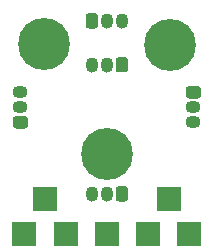
<source format=gbr>
%TF.GenerationSoftware,KiCad,Pcbnew,5.1.10*%
%TF.CreationDate,2021-12-26T17:28:59+01:00*%
%TF.ProjectId,cluster,636c7573-7465-4722-9e6b-696361645f70,rev?*%
%TF.SameCoordinates,Original*%
%TF.FileFunction,Soldermask,Top*%
%TF.FilePolarity,Negative*%
%FSLAX46Y46*%
G04 Gerber Fmt 4.6, Leading zero omitted, Abs format (unit mm)*
G04 Created by KiCad (PCBNEW 5.1.10) date 2021-12-26 17:28:59*
%MOMM*%
%LPD*%
G01*
G04 APERTURE LIST*
%ADD10O,1.300000X1.050000*%
%ADD11O,1.050000X1.300000*%
%ADD12C,0.700000*%
%ADD13C,4.400000*%
%ADD14R,2.000000X2.000000*%
G04 APERTURE END LIST*
D10*
%TO.C,U5*%
X166750000Y-93740000D03*
X166750000Y-95010000D03*
G36*
G01*
X167137500Y-96805000D02*
X166362500Y-96805000D01*
G75*
G02*
X166100000Y-96542500I0J262500D01*
G01*
X166100000Y-96017500D01*
G75*
G02*
X166362500Y-95755000I262500J0D01*
G01*
X167137500Y-95755000D01*
G75*
G02*
X167400000Y-96017500I0J-262500D01*
G01*
X167400000Y-96542500D01*
G75*
G02*
X167137500Y-96805000I-262500J0D01*
G01*
G37*
%TD*%
D11*
%TO.C,U4*%
X172790000Y-102340000D03*
X174060000Y-102340000D03*
G36*
G01*
X175855000Y-101952500D02*
X175855000Y-102727500D01*
G75*
G02*
X175592500Y-102990000I-262500J0D01*
G01*
X175067500Y-102990000D01*
G75*
G02*
X174805000Y-102727500I0J262500D01*
G01*
X174805000Y-101952500D01*
G75*
G02*
X175067500Y-101690000I262500J0D01*
G01*
X175592500Y-101690000D01*
G75*
G02*
X175855000Y-101952500I0J-262500D01*
G01*
G37*
%TD*%
D10*
%TO.C,U3*%
X181390000Y-96280000D03*
X181390000Y-95010000D03*
G36*
G01*
X181002500Y-93215000D02*
X181777500Y-93215000D01*
G75*
G02*
X182040000Y-93477500I0J-262500D01*
G01*
X182040000Y-94002500D01*
G75*
G02*
X181777500Y-94265000I-262500J0D01*
G01*
X181002500Y-94265000D01*
G75*
G02*
X180740000Y-94002500I0J262500D01*
G01*
X180740000Y-93477500D01*
G75*
G02*
X181002500Y-93215000I262500J0D01*
G01*
G37*
%TD*%
D11*
%TO.C,U2*%
X175330000Y-87690000D03*
X174060000Y-87690000D03*
G36*
G01*
X172265000Y-88077500D02*
X172265000Y-87302500D01*
G75*
G02*
X172527500Y-87040000I262500J0D01*
G01*
X173052500Y-87040000D01*
G75*
G02*
X173315000Y-87302500I0J-262500D01*
G01*
X173315000Y-88077500D01*
G75*
G02*
X173052500Y-88340000I-262500J0D01*
G01*
X172527500Y-88340000D01*
G75*
G02*
X172265000Y-88077500I0J262500D01*
G01*
G37*
%TD*%
%TO.C,U1*%
X172790000Y-91410000D03*
X174060000Y-91410000D03*
G36*
G01*
X175855000Y-91022500D02*
X175855000Y-91797500D01*
G75*
G02*
X175592500Y-92060000I-262500J0D01*
G01*
X175067500Y-92060000D01*
G75*
G02*
X174805000Y-91797500I0J262500D01*
G01*
X174805000Y-91022500D01*
G75*
G02*
X175067500Y-90760000I262500J0D01*
G01*
X175592500Y-90760000D01*
G75*
G02*
X175855000Y-91022500I0J-262500D01*
G01*
G37*
%TD*%
D12*
%TO.C,H3*%
X175226726Y-97803274D03*
X174060000Y-97320000D03*
X172893274Y-97803274D03*
X172410000Y-98970000D03*
X172893274Y-100136726D03*
X174060000Y-100620000D03*
X175226726Y-100136726D03*
X175710000Y-98970000D03*
D13*
X174060000Y-98970000D03*
%TD*%
D12*
%TO.C,H2*%
X169906726Y-88493274D03*
X168740000Y-88010000D03*
X167573274Y-88493274D03*
X167090000Y-89660000D03*
X167573274Y-90826726D03*
X168740000Y-91310000D03*
X169906726Y-90826726D03*
X170390000Y-89660000D03*
D13*
X168740000Y-89660000D03*
%TD*%
D12*
%TO.C,H1*%
X180566726Y-88533274D03*
X179400000Y-88050000D03*
X178233274Y-88533274D03*
X177750000Y-89700000D03*
X178233274Y-90866726D03*
X179400000Y-91350000D03*
X180566726Y-90866726D03*
X181050000Y-89700000D03*
D13*
X179400000Y-89700000D03*
%TD*%
D14*
%TO.C,J1*%
X179320000Y-102730000D03*
X181060000Y-105750000D03*
X177580000Y-105740000D03*
X174070000Y-105740000D03*
X170590000Y-105730000D03*
X167070000Y-105730000D03*
X168830000Y-102730000D03*
%TD*%
M02*

</source>
